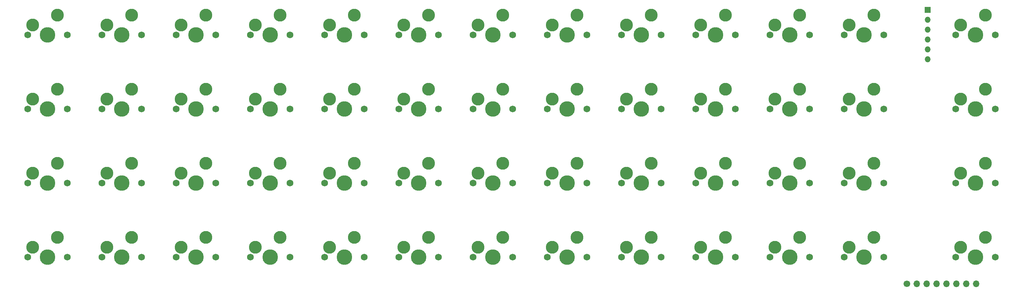
<source format=gbr>
%TF.GenerationSoftware,KiCad,Pcbnew,7.0.1-0*%
%TF.CreationDate,2023-04-28T12:46:07-05:00*%
%TF.ProjectId,pcb,7063622e-6b69-4636-9164-5f7063625858,rev?*%
%TF.SameCoordinates,Original*%
%TF.FileFunction,Soldermask,Top*%
%TF.FilePolarity,Negative*%
%FSLAX46Y46*%
G04 Gerber Fmt 4.6, Leading zero omitted, Abs format (unit mm)*
G04 Created by KiCad (PCBNEW 7.0.1-0) date 2023-04-28 12:46:07*
%MOMM*%
%LPD*%
G01*
G04 APERTURE LIST*
%ADD10C,1.750000*%
%ADD11C,3.987800*%
%ADD12C,3.300000*%
%ADD13C,1.700000*%
%ADD14O,1.700000X1.700000*%
%ADD15O,1.524000X1.524000*%
%ADD16R,1.524000X1.524000*%
G04 APERTURE END LIST*
D10*
%TO.C,MX42*%
X77708186Y-86915698D03*
D11*
X72628186Y-86915698D03*
D10*
X67548186Y-86915698D03*
D12*
X68818186Y-84375698D03*
X75168186Y-81835698D03*
%TD*%
D10*
%TO.C,MX9*%
X192008282Y-29765650D03*
D11*
X186928282Y-29765650D03*
D10*
X181848282Y-29765650D03*
D12*
X183118282Y-27225650D03*
X189468282Y-24685650D03*
%TD*%
D10*
%TO.C,MX3*%
X77708186Y-29765650D03*
D11*
X72628186Y-29765650D03*
D10*
X67548186Y-29765650D03*
D12*
X68818186Y-27225650D03*
X75168186Y-24685650D03*
%TD*%
D10*
%TO.C,MX41*%
X58658170Y-86915698D03*
D11*
X53578170Y-86915698D03*
D10*
X48498170Y-86915698D03*
D12*
X49768170Y-84375698D03*
X56118170Y-81835698D03*
%TD*%
D10*
%TO.C,MX25*%
X249158330Y-48815666D03*
D11*
X244078330Y-48815666D03*
D10*
X238998330Y-48815666D03*
D12*
X240268330Y-46275666D03*
X246618330Y-43735666D03*
%TD*%
D10*
%TO.C,MX22*%
X192008282Y-48815666D03*
D11*
X186928282Y-48815666D03*
D10*
X181848282Y-48815666D03*
D12*
X183118282Y-46275666D03*
X189468282Y-43735666D03*
%TD*%
D10*
%TO.C,MX49*%
X211058298Y-86915698D03*
D11*
X205978298Y-86915698D03*
D10*
X200898298Y-86915698D03*
D12*
X202168298Y-84375698D03*
X208518298Y-81835698D03*
%TD*%
D10*
%TO.C,MX10*%
X211058298Y-29765650D03*
D11*
X205978298Y-29765650D03*
D10*
X200898298Y-29765650D03*
D12*
X202168298Y-27225650D03*
X208518298Y-24685650D03*
%TD*%
D10*
%TO.C,MX19*%
X134858234Y-48815666D03*
D11*
X129778234Y-48815666D03*
D10*
X124698234Y-48815666D03*
D12*
X125968234Y-46275666D03*
X132318234Y-43735666D03*
%TD*%
D10*
%TO.C,MX21*%
X172958266Y-48815666D03*
D11*
X167878266Y-48815666D03*
D10*
X162798266Y-48815666D03*
D12*
X164068266Y-46275666D03*
X170418266Y-43735666D03*
%TD*%
D10*
%TO.C,MX16*%
X77708186Y-48815666D03*
D11*
X72628186Y-48815666D03*
D10*
X67548186Y-48815666D03*
D12*
X68818186Y-46275666D03*
X75168186Y-43735666D03*
%TD*%
D10*
%TO.C,MX32*%
X134858234Y-67865682D03*
D11*
X129778234Y-67865682D03*
D10*
X124698234Y-67865682D03*
D12*
X125968234Y-65325682D03*
X132318234Y-62785682D03*
%TD*%
D10*
%TO.C,MX8*%
X172958266Y-29765650D03*
D11*
X167878266Y-29765650D03*
D10*
X162798266Y-29765650D03*
D12*
X164068266Y-27225650D03*
X170418266Y-24685650D03*
%TD*%
D10*
%TO.C,MX33*%
X153908250Y-67865682D03*
D11*
X148828250Y-67865682D03*
D10*
X143748250Y-67865682D03*
D12*
X145018250Y-65325682D03*
X151368250Y-62785682D03*
%TD*%
D10*
%TO.C,MX37*%
X230108314Y-67865682D03*
D11*
X225028314Y-67865682D03*
D10*
X219948314Y-67865682D03*
D12*
X221218314Y-65325682D03*
X227568314Y-62785682D03*
%TD*%
D10*
%TO.C,MX34*%
X172958266Y-67865682D03*
D11*
X167878266Y-67865682D03*
D10*
X162798266Y-67865682D03*
D12*
X164068266Y-65325682D03*
X170418266Y-62785682D03*
%TD*%
D10*
%TO.C,MX28*%
X58658170Y-67865682D03*
D11*
X53578170Y-67865682D03*
D10*
X48498170Y-67865682D03*
D12*
X49768170Y-65325682D03*
X56118170Y-62785682D03*
%TD*%
D10*
%TO.C,MX47*%
X172958266Y-86915698D03*
D11*
X167878266Y-86915698D03*
D10*
X162798266Y-86915698D03*
D12*
X164068266Y-84375698D03*
X170418266Y-81835698D03*
%TD*%
D10*
%TO.C,MX45*%
X134858234Y-86915698D03*
D11*
X129778234Y-86915698D03*
D10*
X124698234Y-86915698D03*
D12*
X125968234Y-84375698D03*
X132318234Y-81835698D03*
%TD*%
D10*
%TO.C,MX4*%
X96758202Y-29765650D03*
D11*
X91678202Y-29765650D03*
D10*
X86598202Y-29765650D03*
D12*
X87868202Y-27225650D03*
X94218202Y-24685650D03*
%TD*%
D10*
%TO.C,MX29*%
X77708186Y-67865682D03*
D11*
X72628186Y-67865682D03*
D10*
X67548186Y-67865682D03*
D12*
X68818186Y-65325682D03*
X75168186Y-62785682D03*
%TD*%
D10*
%TO.C,MX7*%
X153908250Y-29765650D03*
D11*
X148828250Y-29765650D03*
D10*
X143748250Y-29765650D03*
D12*
X145018250Y-27225650D03*
X151368250Y-24685650D03*
%TD*%
D10*
%TO.C,MX18*%
X115808218Y-48815666D03*
D11*
X110728218Y-48815666D03*
D10*
X105648218Y-48815666D03*
D12*
X106918218Y-46275666D03*
X113268218Y-43735666D03*
%TD*%
D10*
%TO.C,MX39*%
X277733354Y-67865682D03*
D11*
X272653354Y-67865682D03*
D10*
X267573354Y-67865682D03*
D12*
X268843354Y-65325682D03*
X275193354Y-62785682D03*
%TD*%
D10*
%TO.C,MX24*%
X230108314Y-48815666D03*
D11*
X225028314Y-48815666D03*
D10*
X219948314Y-48815666D03*
D12*
X221218314Y-46275666D03*
X227568314Y-43735666D03*
%TD*%
D10*
%TO.C,MX43*%
X96758202Y-86915698D03*
D11*
X91678202Y-86915698D03*
D10*
X86598202Y-86915698D03*
D12*
X87868202Y-84375698D03*
X94218202Y-81835698D03*
%TD*%
D10*
%TO.C,MX13*%
X277733354Y-29765650D03*
D11*
X272653354Y-29765650D03*
D10*
X267573354Y-29765650D03*
D12*
X268843354Y-27225650D03*
X275193354Y-24685650D03*
%TD*%
D10*
%TO.C,MX6*%
X134858234Y-29765650D03*
D11*
X129778234Y-29765650D03*
D10*
X124698234Y-29765650D03*
D12*
X125968234Y-27225650D03*
X132318234Y-24685650D03*
%TD*%
D10*
%TO.C,MX36*%
X211058298Y-67865682D03*
D11*
X205978298Y-67865682D03*
D10*
X200898298Y-67865682D03*
D12*
X202168298Y-65325682D03*
X208518298Y-62785682D03*
%TD*%
D13*
%TO.C,J5*%
X255075000Y-93750000D03*
D14*
X257615000Y-93750000D03*
X260155000Y-93750000D03*
X262695000Y-93750000D03*
X265235000Y-93750000D03*
X267775000Y-93750000D03*
X270315000Y-93750000D03*
X272855000Y-93750000D03*
%TD*%
D10*
%TO.C,MX30*%
X96758202Y-67865682D03*
D11*
X91678202Y-67865682D03*
D10*
X86598202Y-67865682D03*
D12*
X87868202Y-65325682D03*
X94218202Y-62785682D03*
%TD*%
D10*
%TO.C,MX35*%
X192008282Y-67865682D03*
D11*
X186928282Y-67865682D03*
D10*
X181848282Y-67865682D03*
D12*
X183118282Y-65325682D03*
X189468282Y-62785682D03*
%TD*%
D10*
%TO.C,MX15*%
X58658170Y-48815666D03*
D11*
X53578170Y-48815666D03*
D10*
X48498170Y-48815666D03*
D12*
X49768170Y-46275666D03*
X56118170Y-43735666D03*
%TD*%
D10*
%TO.C,MX48*%
X192008282Y-86915698D03*
D11*
X186928282Y-86915698D03*
D10*
X181848282Y-86915698D03*
D12*
X183118282Y-84375698D03*
X189468282Y-81835698D03*
%TD*%
D10*
%TO.C,MX31*%
X115808218Y-67865682D03*
D11*
X110728218Y-67865682D03*
D10*
X105648218Y-67865682D03*
D12*
X106918218Y-65325682D03*
X113268218Y-62785682D03*
%TD*%
D10*
%TO.C,MX17*%
X96758202Y-48815666D03*
D11*
X91678202Y-48815666D03*
D10*
X86598202Y-48815666D03*
D12*
X87868202Y-46275666D03*
X94218202Y-43735666D03*
%TD*%
D10*
%TO.C,MX51*%
X249158330Y-86915698D03*
D11*
X244078330Y-86915698D03*
D10*
X238998330Y-86915698D03*
D12*
X240268330Y-84375698D03*
X246618330Y-81835698D03*
%TD*%
D10*
%TO.C,MX44*%
X115808218Y-86915698D03*
D11*
X110728218Y-86915698D03*
D10*
X105648218Y-86915698D03*
D12*
X106918218Y-84375698D03*
X113268218Y-81835698D03*
%TD*%
D10*
%TO.C,MX27*%
X39608154Y-67865682D03*
D11*
X34528154Y-67865682D03*
D10*
X29448154Y-67865682D03*
D12*
X30718154Y-65325682D03*
X37068154Y-62785682D03*
%TD*%
D10*
%TO.C,MX40*%
X39608154Y-86915698D03*
D11*
X34528154Y-86915698D03*
D10*
X29448154Y-86915698D03*
D12*
X30718154Y-84375698D03*
X37068154Y-81835698D03*
%TD*%
D10*
%TO.C,MX12*%
X249158330Y-29765650D03*
D11*
X244078330Y-29765650D03*
D10*
X238998330Y-29765650D03*
D12*
X240268330Y-27225650D03*
X246618330Y-24685650D03*
%TD*%
D10*
%TO.C,MX11*%
X230108314Y-29765650D03*
D11*
X225028314Y-29765650D03*
D10*
X219948314Y-29765650D03*
D12*
X221218314Y-27225650D03*
X227568314Y-24685650D03*
%TD*%
D10*
%TO.C,MX23*%
X211058298Y-48815666D03*
D11*
X205978298Y-48815666D03*
D10*
X200898298Y-48815666D03*
D12*
X202168298Y-46275666D03*
X208518298Y-43735666D03*
%TD*%
D10*
%TO.C,MX52*%
X277733354Y-86915698D03*
D11*
X272653354Y-86915698D03*
D10*
X267573354Y-86915698D03*
D12*
X268843354Y-84375698D03*
X275193354Y-81835698D03*
%TD*%
D10*
%TO.C,MX2*%
X58658170Y-29765650D03*
D11*
X53578170Y-29765650D03*
D10*
X48498170Y-29765650D03*
D12*
X49768170Y-27225650D03*
X56118170Y-24685650D03*
%TD*%
D10*
%TO.C,MX50*%
X230108314Y-86915698D03*
D11*
X225028314Y-86915698D03*
D10*
X219948314Y-86915698D03*
D12*
X221218314Y-84375698D03*
X227568314Y-81835698D03*
%TD*%
D10*
%TO.C,MX20*%
X153908250Y-48815666D03*
D11*
X148828250Y-48815666D03*
D10*
X143748250Y-48815666D03*
D12*
X145018250Y-46275666D03*
X151368250Y-43735666D03*
%TD*%
D10*
%TO.C,MX26*%
X277733354Y-48815666D03*
D11*
X272653354Y-48815666D03*
D10*
X267573354Y-48815666D03*
D12*
X268843354Y-46275666D03*
X275193354Y-43735666D03*
%TD*%
D10*
%TO.C,MX1*%
X39608154Y-29765650D03*
D11*
X34528154Y-29765650D03*
D10*
X29448154Y-29765650D03*
D12*
X30718154Y-27225650D03*
X37068154Y-24685650D03*
%TD*%
D15*
%TO.C,J2*%
X260375000Y-36050000D03*
X260375000Y-25890000D03*
X260375000Y-30970000D03*
X260375000Y-33510000D03*
X260375000Y-28430000D03*
D16*
X260375000Y-23350000D03*
%TD*%
D10*
%TO.C,MX38*%
X249158330Y-67865682D03*
D11*
X244078330Y-67865682D03*
D10*
X238998330Y-67865682D03*
D12*
X240268330Y-65325682D03*
X246618330Y-62785682D03*
%TD*%
D10*
%TO.C,MX5*%
X115808218Y-29765650D03*
D11*
X110728218Y-29765650D03*
D10*
X105648218Y-29765650D03*
D12*
X106918218Y-27225650D03*
X113268218Y-24685650D03*
%TD*%
D10*
%TO.C,MX46*%
X153908250Y-86915698D03*
D11*
X148828250Y-86915698D03*
D10*
X143748250Y-86915698D03*
D12*
X145018250Y-84375698D03*
X151368250Y-81835698D03*
%TD*%
D10*
%TO.C,MX14*%
X39608154Y-48815666D03*
D11*
X34528154Y-48815666D03*
D10*
X29448154Y-48815666D03*
D12*
X30718154Y-46275666D03*
X37068154Y-43735666D03*
%TD*%
M02*

</source>
